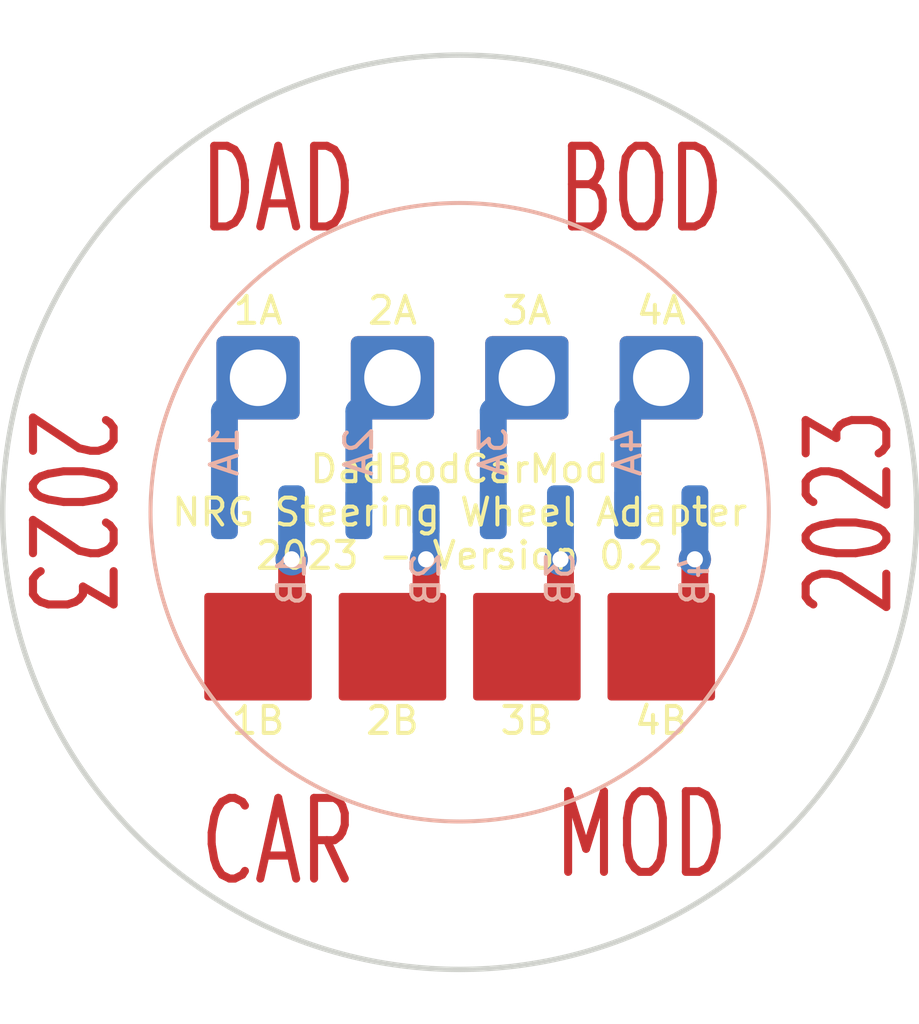
<source format=kicad_pcb>
(kicad_pcb (version 20211014) (generator pcbnew)
  (layers (0 "F.Cu" signal) (31 "B.Cu" signal) (34 "B.Paste" user) (35 "F.Paste" user) (36 "B.SilkS" user "B.Silkscreen") (37 "F.SilkS" user "F.Silkscreen") (38 "B.Mask" user) (39 "F.Mask" user) (44 "Edge.Cuts" user))
  (net 0 "")
  (net 1 "Net-(J1-Pad1)")
  (net 2 "Net-(J2-Pad1)")
  (net 3 "Net-(J3-Pad1)")
  (net 4 "Net-(J4-Pad1)")
  (net 5 "Net-(J13-Pad1)")
  (net 6 "Net-(J10-Pad1)")
  (net 7 "Net-(J11-Pad1)")
  (net 8 "Net-(J12-Pad1)")
  (footprint "Connector_Wire:SolderWire-1.5sqmm_1x01_D1.7mm_OD3mm" (layer "F.Cu") (at 62.5 65)
    (fp_text reference "J1")
    (fp_text value "Conn_01x01")
    (pad "1" thru_hole roundrect (at 0 0) (size 3.1 3.1) (drill 2.1) (layers *.Cu *.Mask) (roundrect_rratio 0.08064483871) (net 1 "Net-(J1-Pad1)"))
  )
  (footprint "Connector_Wire:SolderWire-1.5sqmm_1x01_D1.7mm_OD3mm" (layer "F.Cu") (at 77.5 65)
    (fp_text reference "J4")
    (fp_text value "Conn_01x01")
    (pad "1" thru_hole roundrect (at 0 0) (size 3.1 3.1) (drill 2.1) (layers *.Cu *.Mask) (roundrect_rratio 0.08064483871) (net 4 "Net-(J4-Pad1)"))
  )
  (footprint "MountingHole:MountingHole_3.2mm_M3" (layer "F.Cu") (at 70 84)
    (fp_text reference "H2")
    (fp_text value "MountingHole")
    (pad "" np_thru_hole circle (at 0 0) (size 3.2 3.2) (drill 3.2) (layers *.Cu *.Mask))
  )
  (footprint "Connector_Wire:SolderWirePad_1x01_SMD_1x2mm" (layer "F.Cu") (at 62.5 75)
    (fp_text reference "J9")
    (fp_text value "Conn_01x01")
    (pad "1" smd roundrect (at 0 0) (size 1 2) (layers "F.Cu" "F.Paste" "F.Mask") (net 5 "Net-(J13-Pad1)"))
  )
  (footprint "Connector_Wire:SolderWire-1.5sqmm_1x01_D1.7mm_OD3mm" (layer "F.Cu") (at 67.5 65)
    (fp_text reference "J2")
    (fp_text value "Conn_01x01")
    (pad "1" thru_hole roundrect (at 0 0) (size 3.1 3.1) (drill 2.1) (layers *.Cu *.Mask) (roundrect_rratio 0.08064483871) (net 2 "Net-(J2-Pad1)"))
  )
  (footprint "Connector_Wire:SolderWirePad_1x01_SMD_1x2mm" (layer "F.Cu") (at 72.5 75)
    (fp_text reference "J11")
    (fp_text value "Conn_01x01")
    (pad "1" smd roundrect (at 0 0) (size 1 2) (layers "F.Cu" "F.Paste" "F.Mask") (net 7 "Net-(J11-Pad1)"))
  )
  (footprint "Connector_Wire:SolderWirePad_1x01_SMD_1x2mm" (layer "F.Cu") (at 77.5 75)
    (fp_text reference "J12")
    (fp_text value "Conn_01x01")
    (pad "1" smd roundrect (at 0 0) (size 1 2) (layers "F.Cu" "F.Paste" "F.Mask") (net 8 "Net-(J12-Pad1)"))
  )
  (footprint "Connector_Wire:SolderWire-1.5sqmm_1x01_D1.7mm_OD3mm" (layer "F.Cu") (at 72.5 65)
    (fp_text reference "J3")
    (fp_text value "Conn_01x01")
    (pad "1" thru_hole roundrect (at 0 0) (size 3.1 3.1) (drill 2.1) (layers *.Cu *.Mask) (roundrect_rratio 0.08064483871) (net 3 "Net-(J3-Pad1)"))
  )
  (footprint "MountingHole:MountingHole_3.2mm_M3" (layer "F.Cu") (at 70 56)
    (fp_text reference "H1")
    (fp_text value "MountingHole")
    (pad "" np_thru_hole circle (at 0 0) (size 3.2 3.2) (drill 3.2) (layers *.Cu *.Mask))
  )
  (footprint "Connector_Wire:SolderWirePad_1x01_SMD_1x2mm" (layer "F.Cu") (at 67.5 75)
    (fp_text reference "J10")
    (fp_text value "Conn_01x01")
    (pad "1" smd roundrect (at 0 0) (size 1 2) (layers "F.Cu" "F.Paste" "F.Mask") (net 6 "Net-(J10-Pad1)"))
  )
  (footprint "Connector_Wire:SolderWirePad_1x01_SMD_1x2mm" (layer "B.Cu") (at 68.75 70 180)
    (fp_text reference "J14")
    (fp_text value "Conn_01x01")
    (pad "1" smd roundrect (at 0 0 180) (size 1 2) (layers "B.Cu" "B.Paste" "B.Mask") (net 6 "Net-(J10-Pad1)"))
  )
  (footprint "Connector_Wire:SolderWirePad_1x01_SMD_1x2mm" (layer "B.Cu") (at 73.75 70 180)
    (fp_text reference "J15")
    (fp_text value "Conn_01x01")
    (pad "1" smd roundrect (at 0 0 180) (size 1 2) (layers "B.Cu" "B.Paste" "B.Mask") (net 7 "Net-(J11-Pad1)"))
  )
  (footprint "Connector_Wire:SolderWirePad_1x01_SMD_1x2mm" (layer "B.Cu") (at 66.25 70 180)
    (fp_text reference "J6")
    (fp_text value "Conn_01x01")
    (pad "1" smd roundrect (at 0 0 180) (size 1 2) (layers "B.Cu" "B.Paste" "B.Mask") (net 2 "Net-(J2-Pad1)"))
  )
  (footprint "Connector_Wire:SolderWirePad_1x01_SMD_1x2mm" (layer "B.Cu") (at 61.25 70 180)
    (fp_text reference "J5")
    (fp_text value "Conn_01x01")
    (pad "1" smd roundrect (at 0 0 180) (size 1 2) (layers "B.Cu" "B.Paste" "B.Mask") (net 1 "Net-(J1-Pad1)"))
  )
  (footprint "Connector_Wire:SolderWirePad_1x01_SMD_1x2mm" (layer "B.Cu") (at 78.75 70 180)
    (fp_text reference "J16")
    (fp_text value "Conn_01x01")
    (pad "1" smd roundrect (at 0 0 180) (size 1 2) (layers "B.Cu" "B.Paste" "B.Mask") (net 8 "Net-(J12-Pad1)"))
  )
  (footprint "Connector_Wire:SolderWirePad_1x01_SMD_1x2mm" (layer "B.Cu") (at 76.25 70 180)
    (fp_text reference "J8")
    (fp_text value "Conn_01x01")
    (pad "1" smd roundrect (at 0 0 180) (size 1 2) (layers "B.Cu" "B.Paste" "B.Mask") (net 4 "Net-(J4-Pad1)"))
  )
  (footprint "Connector_Wire:SolderWirePad_1x01_SMD_1x2mm" (layer "B.Cu") (at 63.75 70 180)
    (fp_text reference "J13")
    (fp_text value "Conn_01x01")
    (pad "1" smd roundrect (at 0 0 180) (size 1 2) (layers "B.Cu" "B.Paste" "B.Mask") (net 5 "Net-(J13-Pad1)"))
  )
  (footprint "Connector_Wire:SolderWirePad_1x01_SMD_1x2mm" (layer "B.Cu") (at 71.25 70 180)
    (fp_text reference "J7")
    (fp_text value "Conn_01x01")
    (pad "1" smd roundrect (at 0 0 180) (size 1 2) (layers "B.Cu" "B.Paste" "B.Mask") (net 3 "Net-(J3-Pad1)"))
  )
  (gr_circle (center 70 70) (end 81.5 70) (layer "B.SilkS") (width 0.15) (fill none))
  (gr_circle (center 70 70) (end 87 70) (layer "Edge.Cuts") (width 0.2) (fill none))
  (gr_text "2023" (at 84.5 70 90) (layer "F.Cu") (effects (font (size 3 2) (thickness 0.3))))
  (gr_text "MOD" (at 76.75 82) (layer "F.Cu") (effects (font (size 3 2) (thickness 0.3))))
  (gr_text "BOD" (at 76.75 58) (layer "F.Cu") (effects (font (size 3 2) (thickness 0.3))))
  (gr_text "DAD" (at 63.25 58) (layer "F.Cu") (effects (font (size 3 2) (thickness 0.3))))
  (gr_text "CAR" (at 63.25 82.25) (layer "F.Cu") (effects (font (size 3 2) (thickness 0.3))))
  (gr_text "2023" (at 55.5 70 -90) (layer "F.Cu") (effects (font (size 3 2) (thickness 0.3))))
  (gr_text "3A" (at 71.25 67.75 90) (layer "B.SilkS") (effects (font (size 1 1)) (justify mirror)))
  (gr_text "1A" (at 61.25 67.75 90) (layer "B.SilkS") (effects (font (size 1 1)) (justify mirror)))
  (gr_text "1B" (at 63.75 72.5 90) (layer "B.SilkS") (effects (font (size 1 1)) (justify mirror)))
  (gr_text "3B" (at 73.75 72.5 90) (layer "B.SilkS") (effects (font (size 1 1)) (justify mirror)))
  (gr_text "4B" (at 78.75 72.5 90) (layer "B.SilkS") (effects (font (size 1 1)) (justify mirror)))
  (gr_text "4A" (at 76.25 67.75 90) (layer "B.SilkS") (effects (font (size 1 1)) (justify mirror)))
  (gr_text "2A" (at 66.25 67.75 90) (layer "B.SilkS") (effects (font (size 1 1)) (justify mirror)))
  (gr_text "2B" (at 68.75 72.5 90) (layer "B.SilkS") (effects (font (size 1 1)) (justify mirror)))
  (gr_text "4B" (at 77.5 77.75) (layer "F.SilkS") (effects (font (size 1 1))))
  (gr_text "1A" (at 62.5 62.5) (layer "F.SilkS") (effects (font (size 1 1))))
  (gr_text "3A" (at 72.5 62.5) (layer "F.SilkS") (effects (font (size 1 1))))
  (gr_text "4A" (at 77.5 62.5) (layer "F.SilkS") (effects (font (size 1 1))))
  (gr_text "2B" (at 67.5 77.75) (layer "F.SilkS") (effects (font (size 1 1))))
  (gr_text "3B" (at 72.5 77.75) (layer "F.SilkS") (effects (font (size 1 1))))
  (gr_text "1B" (at 62.5 77.75) (layer "F.SilkS") (effects (font (size 1 1))))
  (gr_text "2A" (at 67.5 62.5) (layer "F.SilkS") (effects (font (size 1 1))))
  (gr_text "DadBodCarMod\nNRG Steering Wheel Adapter\n2023 - Version 0.2" (at 70 70) (layer "F.SilkS") (effects (font (size 1 1))))
  (segment (start 61.25 70) (end 61.25 66.25) (width 1) (layer "B.Cu") (net 1))
  (segment (start 61.25 66.25) (end 62.5 65) (width 1) (layer "B.Cu") (net 1))
  (segment (start 66.25 66.25) (end 67.5 65) (width 1) (layer "B.Cu") (net 2))
  (segment (start 66.25 70) (end 66.25 66.25) (width 1) (layer "B.Cu") (net 2))
  (segment (start 71.25 66.25) (end 72.5 65) (width 1) (layer "B.Cu") (net 3))
  (segment (start 71.25 70) (end 71.25 66.25) (width 1) (layer "B.Cu") (net 3))
  (segment (start 72 65) (end 73 64) (width 1) (layer "B.Cu") (net 3))
  (segment (start 76.25 66.25) (end 77.5 65) (width 1) (layer "B.Cu") (net 4))
  (segment (start 76.25 70) (end 76.25 66.25) (width 1) (layer "B.Cu") (net 4))
  (segment (start 63.75 73.75) (end 62.5 75) (width 1) (layer "F.Cu") (net 5))
  (segment (start 63.75 71.75) (end 63.75 73.75) (width 1) (layer "F.Cu") (net 5))
  (via (at 63.75 71.75) (size 1.2) (drill 0.6) (layers "F.Cu" "B.Cu") (net 5))
  (segment (start 63.75 70) (end 63.75 71.75) (width 1) (layer "B.Cu") (net 5))
  (segment (start 68.75 71.75) (end 68.75 73.75) (width 1) (layer "F.Cu") (net 6))
  (segment (start 68.75 73.75) (end 67.5 75) (width 1) (layer "F.Cu") (net 6))
  (via (at 68.75 71.75) (size 1.2) (drill 0.6) (layers "F.Cu" "B.Cu") (net 6))
  (segment (start 68.75 70) (end 68.75 71.75) (width 1) (layer "B.Cu") (net 6))
  (segment (start 73.75 73.75) (end 72.5 75) (width 1) (layer "F.Cu") (net 7))
  (segment (start 73.75 71.75) (end 73.75 73.75) (width 1) (layer "F.Cu") (net 7))
  (via (at 73.75 71.75) (size 1.2) (drill 0.6) (layers "F.Cu" "B.Cu") (net 7))
  (segment (start 73.75 70) (end 73.75 71.75) (width 1) (layer "B.Cu") (net 7))
  (segment (start 78.75 73.75) (end 77.5 75) (width 1) (layer "F.Cu") (net 8))
  (segment (start 78.75 71.75) (end 78.75 73.75) (width 1) (layer "F.Cu") (net 8))
  (via (at 78.75 71.75) (size 1.2) (drill 0.6) (layers "F.Cu" "B.Cu") (net 8))
  (segment (start 78.75 70) (end 78.75 71.75) (width 1) (layer "B.Cu") (net 8))
  (zone (net 5) (net_name "Net-(J13-Pad1)") (layer "F.Cu") (connect_pads yes (clearance 0.508)) (min_thickness 0.254) (fill yes (thermal_gap 0.508) (thermal_bridge_width 0.508))
    (polygon (pts (xy 64.5 77) (xy 60.5 77) (xy 60.5 73) (xy 64.5 73)))
  )
  (zone (net 8) (net_name "Net-(J12-Pad1)") (layer "F.Cu") (connect_pads yes (clearance 0.508)) (min_thickness 0.254) (fill yes (thermal_gap 0.508) (thermal_bridge_width 0.508))
    (polygon (pts (xy 79.5 77) (xy 75.5 77) (xy 75.5 73) (xy 79.5 73)))
  )
  (zone (net 7) (net_name "Net-(J11-Pad1)") (layer "F.Cu") (connect_pads yes (clearance 0.508)) (min_thickness 0.254) (fill yes (thermal_gap 0.508) (thermal_bridge_width 0.508))
    (polygon (pts (xy 74.5 77) (xy 70.5 77) (xy 70.5 73) (xy 74.5 73)))
  )
  (zone (net 6) (net_name "Net-(J10-Pad1)") (layer "F.Cu") (connect_pads yes (clearance 0.508)) (min_thickness 0.254) (fill yes (thermal_gap 0.508) (thermal_bridge_width 0.508))
    (polygon (pts (xy 69.5 77) (xy 65.5 77) (xy 65.5 73) (xy 69.5 73)))
  )
)
</source>
